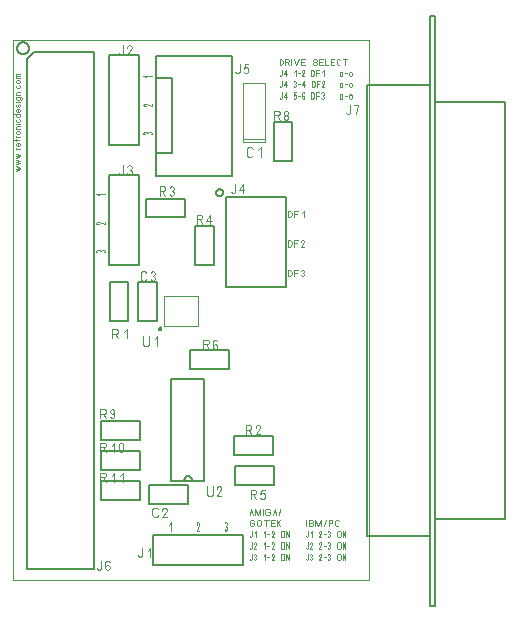
<source format=gbr>
%FSLAX23Y23*%
%MOMM*%
%AMPASTFTDEUX*
20,1,$5,$1+$3,$2-$4,$1-$3,$2+$4,0*
20,1,$5,$1+$3,$2+$4,$1-$3,$2-$4,0*%
%ADD10C,0.8*%
%ADD11C,0.7*%
%ADD12R,5.4X2.2*%
%ADD13R,2.3X2.3*%
%ADD14PASTFTDEUX,0X0X1.21X1.21X0.3*%
%ADD15C,2.3*%
%ADD16PASTFTDEUX,0X0X0.82X0.82X0.3*%
%ADD17R,2.4X2.4*%
%ADD18C,2.4*%
%ADD19PASTFTDEUX,0X0X0.85X0.85X0.3*%
%ADD20C,0.9*%
%ADD21C,0.4*%
%ADD22C,0.3*%
%ADD23R,5X1.8*%
%ADD24C,0.2*%
%ADD25C,0.1*%
%ADD26R,1.9X1.9*%
%ADD27C,1*%
%ADD28C,1.9*%
%ADD29R,1.7X1.3*%
%ADD30R,1X1.25*%
%ADD31R,1X1.3*%
%ADD32R,1.3X1*%
%ADD33R,2X2*%
%ADD34C,2*%
%ADD35R,1.25X1*%
%ADD36R,0.4X0.9*%
%ADD37R,2.2X0.7*%
%ADD38C,0.5*%
%ADD39C,0.05*%
%LPD*%
G54D24*
X30000Y41900D02*
X35300Y41900D01*
G54D24*
X30000Y3710D02*
X30000Y41900D01*
G54D24*
X30000Y3710D02*
X35300Y3710D01*
G54D24*
X35300Y-02190D02*
X35300Y47800D01*
G54D24*
X35300Y-02190D02*
X35790Y-02190D01*
G54D24*
X35790Y-02190D02*
X35800Y47800D01*
G54D24*
X35300Y47800D02*
X35800Y47800D01*
G54D24*
X35800Y40500D02*
X41700Y40500D01*
G54D24*
X41700Y5200D02*
X41700Y40500D01*
G54D24*
X35800Y5200D02*
X41700Y5200D01*
G54D25*
X28560Y40230D02*
X28560Y39580D01*
G54D25*
X28560Y39580D02*
X28440Y39450D01*
G54D25*
X28440Y39450D02*
X28320Y39450D01*
G54D25*
X28320Y39450D02*
X28200Y39580D01*
G54D25*
X28920Y40230D02*
X29280Y40230D01*
G54D25*
X29280Y40230D02*
X29040Y39450D01*
G54D24*
X1180Y920D02*
X1180Y44100D01*
G54D24*
X1180Y920D02*
X6900Y920D01*
G54D24*
X6900Y920D02*
X6900Y44740D01*
G54D24*
X1820Y44740D02*
X6900Y44740D01*
G54D24*
X1180Y44100D02*
X1820Y44740D01*
D24*
X1370Y45050D02*
X1370Y45070D01*
X1370Y45090D01*
X1370Y45120D01*
X1360Y45140D01*
X1360Y45160D01*
X1350Y45180D01*
X1350Y45200D01*
X1340Y45220D01*
X1330Y45240D01*
X1320Y45260D01*
X1310Y45280D01*
X1300Y45300D01*
X1290Y45320D01*
X1280Y45340D01*
X1270Y45350D01*
X1250Y45370D01*
X1240Y45390D01*
X1220Y45400D01*
X1210Y45420D01*
X1190Y45430D01*
X1170Y45450D01*
X1160Y45460D01*
X1140Y45470D01*
X1120Y45480D01*
X1100Y45490D01*
X1080Y45500D01*
X1060Y45510D01*
X1040Y45520D01*
X1020Y45530D01*
X1000Y45530D01*
X980Y45540D01*
X960Y45540D01*
X940Y45550D01*
X910Y45550D01*
X890Y45550D01*
X870Y45550D01*
X850Y45550D01*
X830Y45550D01*
X800Y45550D01*
X780Y45540D01*
X760Y45540D01*
X740Y45530D01*
X720Y45530D01*
X700Y45520D01*
X680Y45510D01*
X660Y45500D01*
X640Y45490D01*
X620Y45480D01*
X600Y45470D01*
X580Y45460D01*
X570Y45450D01*
X550Y45430D01*
X530Y45420D01*
X520Y45400D01*
X500Y45390D01*
X490Y45370D01*
X470Y45350D01*
X460Y45340D01*
X450Y45320D01*
X440Y45300D01*
X430Y45280D01*
X420Y45260D01*
X410Y45240D01*
X400Y45220D01*
X390Y45200D01*
X390Y45180D01*
X380Y45160D01*
X380Y45140D01*
X370Y45120D01*
X370Y45090D01*
X370Y45070D01*
X370Y45050D01*
X370Y45030D01*
X370Y45010D01*
X370Y44980D01*
X380Y44960D01*
X380Y44940D01*
X390Y44920D01*
X390Y44900D01*
X400Y44880D01*
X410Y44860D01*
X420Y44840D01*
X430Y44820D01*
X440Y44800D01*
X450Y44780D01*
X460Y44760D01*
X470Y44750D01*
X490Y44730D01*
X500Y44710D01*
X520Y44700D01*
X530Y44680D01*
X550Y44670D01*
X570Y44650D01*
X580Y44640D01*
X600Y44630D01*
X620Y44620D01*
X640Y44610D01*
X660Y44600D01*
X680Y44590D01*
X700Y44580D01*
X720Y44570D01*
X740Y44570D01*
X760Y44560D01*
X780Y44560D01*
X800Y44550D01*
X830Y44550D01*
X850Y44550D01*
X870Y44550D01*
X890Y44550D01*
X910Y44550D01*
X940Y44550D01*
X960Y44560D01*
X980Y44560D01*
X1000Y44570D01*
X1020Y44570D01*
X1040Y44580D01*
X1060Y44590D01*
X1080Y44600D01*
X1100Y44610D01*
X1120Y44620D01*
X1140Y44630D01*
X1160Y44640D01*
X1170Y44650D01*
X1190Y44670D01*
X1210Y44680D01*
X1220Y44700D01*
X1240Y44710D01*
X1250Y44730D01*
X1270Y44750D01*
X1280Y44760D01*
X1290Y44780D01*
X1300Y44800D01*
X1310Y44820D01*
X1320Y44840D01*
X1330Y44860D01*
X1340Y44880D01*
X1350Y44900D01*
X1350Y44920D01*
X1360Y44940D01*
X1360Y44960D01*
X1370Y44980D01*
X1370Y45010D01*
X1370Y45030D01*
X1370Y45050D01*
X1370Y45070D01*
G54D25*
X7500Y1650D02*
X7500Y1000D01*
G54D25*
X7500Y1000D02*
X7380Y870D01*
G54D25*
X7380Y870D02*
X7260Y870D01*
G54D25*
X7260Y870D02*
X7140Y1000D01*
G54D25*
X8220Y1520D02*
X8100Y1650D01*
G54D25*
X8100Y1650D02*
X7980Y1650D01*
G54D25*
X7980Y1650D02*
X7860Y1520D01*
G54D25*
X7860Y1520D02*
X7860Y1000D01*
G54D25*
X7860Y1000D02*
X7980Y870D01*
G54D25*
X7980Y870D02*
X8100Y870D01*
G54D25*
X8100Y870D02*
X8220Y1000D01*
G54D25*
X8220Y1000D02*
X8220Y1130D01*
G54D25*
X8220Y1130D02*
X8100Y1260D01*
G54D25*
X8100Y1260D02*
X7980Y1260D01*
G54D25*
X7980Y1260D02*
X7860Y1130D01*
G54D25*
X19540Y37100D02*
X21400Y37100D01*
G54D25*
X21400Y37100D02*
X21400Y42090D01*
G54D25*
X19540Y42090D02*
X21400Y42090D01*
G54D25*
X19540Y37100D02*
X19540Y42090D01*
G54D25*
X19550Y37360D02*
X21390Y37360D01*
G54D25*
X20320Y36510D02*
X20200Y36640D01*
G54D25*
X20200Y36640D02*
X19960Y36640D01*
G54D25*
X19960Y36640D02*
X19840Y36510D01*
G54D25*
X19840Y36510D02*
X19840Y35990D01*
G54D25*
X19840Y35990D02*
X19960Y35860D01*
G54D25*
X19960Y35860D02*
X20200Y35860D01*
G54D25*
X20200Y35860D02*
X20320Y35990D01*
G54D25*
X20800Y36380D02*
X21040Y36640D01*
G54D25*
X21040Y36640D02*
X21040Y35860D01*
G54D24*
X11550Y8050D02*
X14850Y8050D01*
G54D24*
X11550Y6470D02*
X11550Y8050D01*
G54D24*
X11550Y6470D02*
X14850Y6470D01*
G54D24*
X14850Y6470D02*
X14850Y8050D01*
G54D25*
X12320Y6010D02*
X12200Y6140D01*
G54D25*
X12200Y6140D02*
X11960Y6140D01*
G54D25*
X11960Y6140D02*
X11840Y6010D01*
G54D25*
X11840Y6010D02*
X11840Y5490D01*
G54D25*
X11840Y5490D02*
X11960Y5360D01*
G54D25*
X11960Y5360D02*
X12200Y5360D01*
G54D25*
X12200Y5360D02*
X12320Y5490D01*
G54D25*
X12680Y5880D02*
X12680Y6010D01*
G54D25*
X12680Y6010D02*
X12800Y6140D01*
G54D25*
X12800Y6140D02*
X12920Y6140D01*
G54D25*
X12920Y6140D02*
X13040Y6010D01*
G54D25*
X13040Y6010D02*
X13040Y5880D01*
G54D25*
X13040Y5880D02*
X12680Y5360D01*
G54D25*
X12680Y5360D02*
X13040Y5360D01*
G54D24*
X10650Y21930D02*
X10650Y25230D01*
G54D24*
X10650Y21930D02*
X12230Y21930D01*
G54D24*
X12230Y21930D02*
X12230Y25230D01*
G54D24*
X10650Y25230D02*
X12230Y25230D01*
G54D25*
X11320Y26010D02*
X11200Y26140D01*
G54D25*
X11200Y26140D02*
X10960Y26140D01*
G54D25*
X10960Y26140D02*
X10840Y26010D01*
G54D25*
X10840Y26010D02*
X10840Y25490D01*
G54D25*
X10840Y25490D02*
X10960Y25360D01*
G54D25*
X10960Y25360D02*
X11200Y25360D01*
G54D25*
X11200Y25360D02*
X11320Y25490D01*
G54D25*
X11680Y26010D02*
X11800Y26140D01*
G54D25*
X11800Y26140D02*
X11920Y26140D01*
G54D25*
X11920Y26140D02*
X12040Y26010D01*
G54D25*
X12040Y26010D02*
X12040Y25880D01*
G54D25*
X12040Y25880D02*
X11920Y25750D01*
G54D25*
X11920Y25750D02*
X12040Y25620D01*
G54D25*
X12040Y25620D02*
X12040Y25490D01*
G54D25*
X12040Y25490D02*
X11920Y25360D01*
G54D25*
X11920Y25360D02*
X11800Y25360D01*
G54D25*
X11800Y25360D02*
X11680Y25490D01*
G54D24*
X12170Y34240D02*
X18530Y34240D01*
G54D24*
X18530Y34240D02*
X18530Y39320D01*
G54D24*
X12170Y34240D02*
X12170Y39320D01*
G54D24*
X12170Y36150D02*
X13450Y36150D01*
G54D24*
X13450Y36150D02*
X13450Y42490D01*
G54D24*
X12170Y42490D02*
X13450Y42490D01*
G54D24*
X18530Y39320D02*
X18530Y44400D01*
G54D24*
X12170Y44400D02*
X18530Y44400D01*
G54D24*
X12170Y39320D02*
X12170Y44400D01*
G54D25*
X19210Y43700D02*
X19210Y43050D01*
G54D25*
X19210Y43050D02*
X19090Y42920D01*
G54D25*
X19090Y42920D02*
X18970Y42920D01*
G54D25*
X18970Y42920D02*
X18850Y43050D01*
G54D25*
X19930Y43700D02*
X19690Y43700D01*
G54D25*
X19690Y43700D02*
X19570Y43310D01*
G54D25*
X19570Y43310D02*
X19690Y43440D01*
G54D25*
X19690Y43440D02*
X19810Y43440D01*
G54D25*
X19810Y43440D02*
X19930Y43310D01*
G54D25*
X19930Y43310D02*
X19930Y43050D01*
G54D25*
X19930Y43050D02*
X19810Y42920D01*
G54D25*
X19810Y42920D02*
X19690Y42920D01*
G54D25*
X19690Y42920D02*
X19570Y43050D01*
G54D24*
X11900Y3780D02*
X19520Y3780D01*
G54D24*
X19520Y1240D02*
X19520Y3780D01*
G54D24*
X11900Y1240D02*
X19520Y1240D01*
G54D24*
X11900Y1240D02*
X11900Y3780D01*
G54D25*
X10950Y2740D02*
X10950Y2090D01*
G54D25*
X10950Y2090D02*
X10830Y1960D01*
G54D25*
X10830Y1960D02*
X10710Y1960D01*
G54D25*
X10710Y1960D02*
X10590Y2090D01*
G54D25*
X11430Y2480D02*
X11670Y2740D01*
G54D25*
X11670Y2740D02*
X11670Y1960D01*
G54D24*
X10730Y36800D02*
X10730Y44420D01*
G54D24*
X8190Y36800D02*
X10730Y36800D01*
G54D24*
X8190Y36800D02*
X8190Y44420D01*
G54D24*
X8190Y44420D02*
X10730Y44420D01*
G54D25*
X9360Y45280D02*
X9360Y44630D01*
G54D25*
X9360Y44630D02*
X9240Y44500D01*
G54D25*
X9240Y44500D02*
X9120Y44500D01*
G54D25*
X9120Y44500D02*
X9000Y44630D01*
G54D25*
X9720Y45020D02*
X9720Y45150D01*
G54D25*
X9720Y45150D02*
X9840Y45280D01*
G54D25*
X9840Y45280D02*
X9960Y45280D01*
G54D25*
X9960Y45280D02*
X10080Y45150D01*
G54D25*
X10080Y45150D02*
X10080Y45020D01*
G54D25*
X10080Y45020D02*
X9720Y44500D01*
G54D25*
X9720Y44500D02*
X10080Y44500D01*
G54D24*
X10730Y26640D02*
X10730Y34260D01*
G54D24*
X8190Y26640D02*
X10730Y26640D01*
G54D24*
X8190Y26640D02*
X8190Y34260D01*
G54D24*
X8190Y34260D02*
X10730Y34260D01*
G54D25*
X9360Y35120D02*
X9360Y34470D01*
G54D25*
X9360Y34470D02*
X9240Y34340D01*
G54D25*
X9240Y34340D02*
X9120Y34340D01*
G54D25*
X9120Y34340D02*
X9000Y34470D01*
G54D25*
X9720Y34990D02*
X9840Y35120D01*
G54D25*
X9840Y35120D02*
X9960Y35120D01*
G54D25*
X9960Y35120D02*
X10080Y34990D01*
G54D25*
X10080Y34990D02*
X10080Y34860D01*
G54D25*
X10080Y34860D02*
X9960Y34730D01*
G54D25*
X9960Y34730D02*
X10080Y34600D01*
G54D25*
X10080Y34600D02*
X10080Y34470D01*
G54D25*
X10080Y34470D02*
X9960Y34340D01*
G54D25*
X9960Y34340D02*
X9840Y34340D01*
G54D25*
X9840Y34340D02*
X9720Y34470D01*
G54D24*
X23160Y24800D02*
X23160Y32420D01*
G54D24*
X18080Y24800D02*
X23160Y24800D01*
G54D24*
X18080Y24800D02*
X18080Y32420D01*
G54D24*
X18080Y32420D02*
X23160Y32420D01*
D24*
X17520Y32520D02*
X17530Y32520D01*
X17550Y32520D01*
X17560Y32520D01*
X17570Y32520D01*
X17580Y32530D01*
X17600Y32530D01*
X17610Y32530D01*
X17620Y32540D01*
X17630Y32540D01*
X17650Y32550D01*
X17660Y32550D01*
X17670Y32560D01*
X17680Y32570D01*
X17690Y32570D01*
X17700Y32580D01*
X17710Y32590D01*
X17720Y32600D01*
X17730Y32610D01*
X17740Y32620D01*
X17750Y32630D01*
X17760Y32640D01*
X17770Y32650D01*
X17770Y32660D01*
X17780Y32670D01*
X17790Y32680D01*
X17790Y32690D01*
X17800Y32710D01*
X17800Y32720D01*
X17810Y32730D01*
X17810Y32740D01*
X17810Y32760D01*
X17820Y32770D01*
X17820Y32780D01*
X17820Y32790D01*
X17820Y32810D01*
X17820Y32820D01*
X17820Y32830D01*
X17820Y32850D01*
X17820Y32860D01*
X17820Y32870D01*
X17810Y32880D01*
X17810Y32900D01*
X17810Y32910D01*
X17800Y32920D01*
X17800Y32930D01*
X17790Y32950D01*
X17790Y32960D01*
X17780Y32970D01*
X17770Y32980D01*
X17770Y32990D01*
X17760Y33000D01*
X17750Y33010D01*
X17740Y33020D01*
X17730Y33030D01*
X17720Y33040D01*
X17710Y33050D01*
X17700Y33060D01*
X17690Y33070D01*
X17680Y33070D01*
X17670Y33080D01*
X17660Y33090D01*
X17650Y33090D01*
X17630Y33100D01*
X17620Y33100D01*
X17610Y33110D01*
X17600Y33110D01*
X17580Y33110D01*
X17570Y33120D01*
X17560Y33120D01*
X17550Y33120D01*
X17530Y33120D01*
X17520Y33120D01*
X17510Y33120D01*
X17490Y33120D01*
X17480Y33120D01*
X17470Y33120D01*
X17460Y33110D01*
X17440Y33110D01*
X17430Y33110D01*
X17420Y33100D01*
X17410Y33100D01*
X17390Y33090D01*
X17380Y33090D01*
X17370Y33080D01*
X17360Y33070D01*
X17350Y33070D01*
X17340Y33060D01*
X17330Y33050D01*
X17320Y33040D01*
X17310Y33030D01*
X17300Y33020D01*
X17290Y33010D01*
X17280Y33000D01*
X17270Y32990D01*
X17270Y32980D01*
X17260Y32970D01*
X17250Y32960D01*
X17250Y32950D01*
X17240Y32930D01*
X17240Y32920D01*
X17230Y32910D01*
X17230Y32900D01*
X17230Y32880D01*
X17220Y32870D01*
X17220Y32860D01*
X17220Y32850D01*
X17220Y32830D01*
X17220Y32820D01*
X17220Y32810D01*
X17220Y32790D01*
X17220Y32780D01*
X17220Y32770D01*
X17230Y32760D01*
X17230Y32740D01*
X17230Y32730D01*
X17240Y32720D01*
X17240Y32710D01*
X17250Y32690D01*
X17250Y32680D01*
X17260Y32670D01*
X17270Y32660D01*
X17270Y32650D01*
X17280Y32640D01*
X17290Y32630D01*
X17300Y32620D01*
X17310Y32610D01*
X17320Y32600D01*
X17330Y32590D01*
X17340Y32580D01*
X17350Y32570D01*
X17360Y32570D01*
X17370Y32560D01*
X17380Y32550D01*
X17390Y32550D01*
X17410Y32540D01*
X17420Y32540D01*
X17430Y32530D01*
X17440Y32530D01*
X17460Y32530D01*
X17470Y32520D01*
X17480Y32520D01*
X17490Y32520D01*
X17510Y32520D01*
X17520Y32520D01*
G54D25*
X18850Y33540D02*
X18850Y32890D01*
G54D25*
X18850Y32890D02*
X18740Y32760D01*
G54D25*
X18740Y32760D02*
X18630Y32760D01*
G54D25*
X18630Y32760D02*
X18520Y32890D01*
G54D25*
X19510Y32760D02*
X19510Y33540D01*
G54D25*
X19510Y33540D02*
X19180Y33020D01*
G54D25*
X19180Y33020D02*
X19620Y33020D01*
G54D24*
X8200Y21930D02*
X8200Y25230D01*
G54D24*
X8200Y21930D02*
X9780Y21930D01*
G54D24*
X9780Y21930D02*
X9780Y25230D01*
G54D24*
X8200Y25230D02*
X9780Y25230D01*
G54D25*
X8440Y20460D02*
X8440Y21240D01*
G54D25*
X8440Y21240D02*
X8800Y21240D01*
G54D25*
X8800Y21240D02*
X8920Y21110D01*
G54D25*
X8920Y21110D02*
X8920Y20980D01*
G54D25*
X8920Y20980D02*
X8800Y20850D01*
G54D25*
X8800Y20850D02*
X8440Y20850D01*
G54D25*
X8680Y20850D02*
X8920Y20460D01*
G54D25*
X9400Y20980D02*
X9640Y21240D01*
G54D25*
X9640Y21240D02*
X9640Y20460D01*
G54D24*
X18770Y10620D02*
X22070Y10620D01*
G54D24*
X22070Y10620D02*
X22070Y12200D01*
G54D24*
X18770Y12200D02*
X22070Y12200D01*
G54D24*
X18770Y10620D02*
X18770Y12200D01*
G54D25*
X19740Y12360D02*
X19740Y13140D01*
G54D25*
X19740Y13140D02*
X20100Y13140D01*
G54D25*
X20100Y13140D02*
X20220Y13010D01*
G54D25*
X20220Y13010D02*
X20220Y12880D01*
G54D25*
X20220Y12880D02*
X20100Y12750D01*
G54D25*
X20100Y12750D02*
X19740Y12750D01*
G54D25*
X19980Y12750D02*
X20220Y12360D01*
G54D25*
X20580Y12880D02*
X20580Y13010D01*
G54D25*
X20580Y13010D02*
X20700Y13140D01*
G54D25*
X20700Y13140D02*
X20820Y13140D01*
G54D25*
X20820Y13140D02*
X20940Y13010D01*
G54D25*
X20940Y13010D02*
X20940Y12880D01*
G54D25*
X20940Y12880D02*
X20580Y12360D01*
G54D25*
X20580Y12360D02*
X20940Y12360D01*
G54D24*
X11280Y30730D02*
X14580Y30730D01*
G54D24*
X14580Y30730D02*
X14580Y32310D01*
G54D24*
X11280Y32310D02*
X14580Y32310D01*
G54D24*
X11280Y30730D02*
X11280Y32310D01*
G54D25*
X12440Y32560D02*
X12440Y33340D01*
G54D25*
X12440Y33340D02*
X12800Y33340D01*
G54D25*
X12800Y33340D02*
X12920Y33210D01*
G54D25*
X12920Y33210D02*
X12920Y33080D01*
G54D25*
X12920Y33080D02*
X12800Y32950D01*
G54D25*
X12800Y32950D02*
X12440Y32950D01*
G54D25*
X12680Y32950D02*
X12920Y32560D01*
G54D25*
X13280Y33210D02*
X13400Y33340D01*
G54D25*
X13400Y33340D02*
X13520Y33340D01*
G54D25*
X13520Y33340D02*
X13640Y33210D01*
G54D25*
X13640Y33210D02*
X13640Y33080D01*
G54D25*
X13640Y33080D02*
X13520Y32950D01*
G54D25*
X13520Y32950D02*
X13640Y32820D01*
G54D25*
X13640Y32820D02*
X13640Y32690D01*
G54D25*
X13640Y32690D02*
X13520Y32560D01*
G54D25*
X13520Y32560D02*
X13400Y32560D01*
G54D25*
X13400Y32560D02*
X13280Y32690D01*
G54D24*
X15480Y26710D02*
X15480Y30010D01*
G54D24*
X15480Y26710D02*
X17060Y26710D01*
G54D24*
X17060Y26710D02*
X17060Y30010D01*
G54D24*
X15480Y30010D02*
X17060Y30010D01*
G54D25*
X15630Y30160D02*
X15630Y30940D01*
G54D25*
X15630Y30940D02*
X15960Y30940D01*
G54D25*
X15960Y30940D02*
X16070Y30810D01*
G54D25*
X16070Y30810D02*
X16070Y30680D01*
G54D25*
X16070Y30680D02*
X15960Y30550D01*
G54D25*
X15960Y30550D02*
X15630Y30550D01*
G54D25*
X15850Y30550D02*
X16070Y30160D01*
G54D25*
X16730Y30160D02*
X16730Y30940D01*
G54D25*
X16730Y30940D02*
X16400Y30420D01*
G54D25*
X16400Y30420D02*
X16840Y30420D01*
G54D24*
X18790Y9660D02*
X22090Y9660D01*
G54D24*
X18790Y8080D02*
X18790Y9660D01*
G54D24*
X18790Y8080D02*
X22090Y8080D01*
G54D24*
X22090Y8080D02*
X22090Y9660D01*
G54D25*
X20140Y6860D02*
X20140Y7640D01*
G54D25*
X20140Y7640D02*
X20500Y7640D01*
G54D25*
X20500Y7640D02*
X20620Y7510D01*
G54D25*
X20620Y7510D02*
X20620Y7380D01*
G54D25*
X20620Y7380D02*
X20500Y7250D01*
G54D25*
X20500Y7250D02*
X20140Y7250D01*
G54D25*
X20380Y7250D02*
X20620Y6860D01*
G54D25*
X21340Y7640D02*
X21100Y7640D01*
G54D25*
X21100Y7640D02*
X20980Y7250D01*
G54D25*
X20980Y7250D02*
X21100Y7380D01*
G54D25*
X21100Y7380D02*
X21220Y7380D01*
G54D25*
X21220Y7380D02*
X21340Y7250D01*
G54D25*
X21340Y7250D02*
X21340Y6990D01*
G54D25*
X21340Y6990D02*
X21220Y6860D01*
G54D25*
X21220Y6860D02*
X21100Y6860D01*
G54D25*
X21100Y6860D02*
X20980Y6990D01*
G54D24*
X15050Y17880D02*
X18350Y17880D01*
G54D24*
X18350Y17880D02*
X18350Y19460D01*
G54D24*
X15050Y19460D02*
X18350Y19460D01*
G54D24*
X15050Y17880D02*
X15050Y19460D01*
G54D25*
X16140Y19560D02*
X16140Y20340D01*
G54D25*
X16140Y20340D02*
X16500Y20340D01*
G54D25*
X16500Y20340D02*
X16620Y20210D01*
G54D25*
X16620Y20210D02*
X16620Y20080D01*
G54D25*
X16620Y20080D02*
X16500Y19950D01*
G54D25*
X16500Y19950D02*
X16140Y19950D01*
G54D25*
X16380Y19950D02*
X16620Y19560D01*
G54D25*
X17340Y20210D02*
X17220Y20340D01*
G54D25*
X17220Y20340D02*
X17100Y20340D01*
G54D25*
X17100Y20340D02*
X16980Y20210D01*
G54D25*
X16980Y20210D02*
X16980Y19690D01*
G54D25*
X16980Y19690D02*
X17100Y19560D01*
G54D25*
X17100Y19560D02*
X17220Y19560D01*
G54D25*
X17220Y19560D02*
X17340Y19690D01*
G54D25*
X17340Y19690D02*
X17340Y19820D01*
G54D25*
X17340Y19820D02*
X17220Y19950D01*
G54D25*
X17220Y19950D02*
X17100Y19950D01*
G54D25*
X17100Y19950D02*
X16980Y19820D01*
G54D24*
X22090Y35460D02*
X22090Y38760D01*
G54D24*
X22090Y35460D02*
X23670Y35460D01*
G54D24*
X23670Y35460D02*
X23670Y38760D01*
G54D24*
X22090Y38760D02*
X23670Y38760D01*
G54D25*
X22140Y38960D02*
X22140Y39740D01*
G54D25*
X22140Y39740D02*
X22500Y39740D01*
G54D25*
X22500Y39740D02*
X22620Y39610D01*
G54D25*
X22620Y39610D02*
X22620Y39480D01*
G54D25*
X22620Y39480D02*
X22500Y39350D01*
G54D25*
X22500Y39350D02*
X22140Y39350D01*
G54D25*
X22380Y39350D02*
X22620Y38960D01*
G54D25*
X23100Y39740D02*
X22980Y39610D01*
G54D25*
X22980Y39610D02*
X22980Y39480D01*
G54D25*
X22980Y39480D02*
X23100Y39350D01*
G54D25*
X23100Y39350D02*
X23220Y39350D01*
G54D25*
X23220Y39350D02*
X23340Y39480D01*
G54D25*
X23340Y39480D02*
X23340Y39610D01*
G54D25*
X23340Y39610D02*
X23220Y39740D01*
G54D25*
X23220Y39740D02*
X23100Y39740D01*
G54D25*
X23100Y39350D02*
X22980Y39220D01*
G54D25*
X22980Y39220D02*
X22980Y39090D01*
G54D25*
X22980Y39090D02*
X23100Y38960D01*
G54D25*
X23100Y38960D02*
X23220Y38960D01*
G54D25*
X23220Y38960D02*
X23340Y39090D01*
G54D25*
X23340Y39090D02*
X23340Y39220D01*
G54D25*
X23340Y39220D02*
X23220Y39350D01*
G54D24*
X7450Y13460D02*
X10750Y13460D01*
G54D24*
X7450Y11880D02*
X7450Y13460D01*
G54D24*
X7450Y11880D02*
X10750Y11880D01*
G54D24*
X10750Y11880D02*
X10750Y13460D01*
G54D25*
X7420Y13700D02*
X7420Y14480D01*
G54D25*
X7420Y14480D02*
X7780Y14480D01*
G54D25*
X7780Y14480D02*
X7900Y14350D01*
G54D25*
X7900Y14350D02*
X7900Y14220D01*
G54D25*
X7900Y14220D02*
X7780Y14090D01*
G54D25*
X7780Y14090D02*
X7420Y14090D01*
G54D25*
X7660Y14090D02*
X7900Y13700D01*
G54D25*
X8260Y13830D02*
X8380Y13700D01*
G54D25*
X8380Y13700D02*
X8500Y13700D01*
G54D25*
X8500Y13700D02*
X8620Y13830D01*
G54D25*
X8620Y13830D02*
X8620Y14350D01*
G54D25*
X8620Y14350D02*
X8500Y14480D01*
G54D25*
X8500Y14480D02*
X8380Y14480D01*
G54D25*
X8380Y14480D02*
X8260Y14350D01*
G54D25*
X8260Y14350D02*
X8260Y14220D01*
G54D25*
X8260Y14220D02*
X8380Y14090D01*
G54D25*
X8380Y14090D02*
X8500Y14090D01*
G54D25*
X8500Y14090D02*
X8620Y14220D01*
G54D24*
X7450Y10920D02*
X10750Y10920D01*
G54D24*
X7450Y9340D02*
X7450Y10920D01*
G54D24*
X7450Y9340D02*
X10750Y9340D01*
G54D24*
X10750Y9340D02*
X10750Y10920D01*
G54D25*
X7420Y10850D02*
X7420Y11630D01*
G54D25*
X7420Y11630D02*
X7780Y11630D01*
G54D25*
X7780Y11630D02*
X7900Y11500D01*
G54D25*
X7900Y11500D02*
X7900Y11370D01*
G54D25*
X7900Y11370D02*
X7780Y11240D01*
G54D25*
X7780Y11240D02*
X7420Y11240D01*
G54D25*
X7660Y11240D02*
X7900Y10850D01*
G54D25*
X8380Y11370D02*
X8620Y11630D01*
G54D25*
X8620Y11630D02*
X8620Y10850D01*
G54D25*
X8980Y11500D02*
X8980Y10980D01*
G54D25*
X8980Y10980D02*
X9100Y10850D01*
G54D25*
X9100Y10850D02*
X9220Y10850D01*
G54D25*
X9220Y10850D02*
X9340Y10980D01*
G54D25*
X9340Y10980D02*
X9340Y11500D01*
G54D25*
X9340Y11500D02*
X9220Y11630D01*
G54D25*
X9220Y11630D02*
X9100Y11630D01*
G54D25*
X9100Y11630D02*
X8980Y11500D01*
G54D24*
X7450Y8380D02*
X10750Y8380D01*
G54D24*
X7450Y6800D02*
X7450Y8380D01*
G54D24*
X7450Y6800D02*
X10750Y6800D01*
G54D24*
X10750Y6800D02*
X10750Y8380D01*
G54D25*
X7420Y8310D02*
X7420Y9090D01*
G54D25*
X7420Y9090D02*
X7780Y9090D01*
G54D25*
X7780Y9090D02*
X7900Y8960D01*
G54D25*
X7900Y8960D02*
X7900Y8830D01*
G54D25*
X7900Y8830D02*
X7780Y8700D01*
G54D25*
X7780Y8700D02*
X7420Y8700D01*
G54D25*
X7660Y8700D02*
X7900Y8310D01*
G54D25*
X8380Y8830D02*
X8620Y9090D01*
G54D25*
X8620Y9090D02*
X8620Y8310D01*
G54D25*
X9100Y8830D02*
X9340Y9090D01*
G54D25*
X9340Y9090D02*
X9340Y8310D01*
G54D25*
X12810Y21520D02*
X15690Y21520D01*
G54D25*
X15690Y21520D02*
X15690Y24070D01*
G54D25*
X12810Y24070D02*
X15690Y24070D01*
G54D25*
X12810Y21520D02*
X12810Y24070D01*
D24*
X12490Y21390D02*
X12490Y21390D01*
X12480Y21390D01*
X12480Y21390D01*
X12470Y21390D01*
X12470Y21390D01*
X12460Y21390D01*
X12460Y21390D01*
X12460Y21380D01*
X12450Y21380D01*
X12450Y21380D01*
X12440Y21380D01*
X12440Y21380D01*
X12440Y21370D01*
X12430Y21370D01*
X12430Y21370D01*
X12430Y21370D01*
X12420Y21360D01*
X12420Y21360D01*
X12420Y21360D01*
X12410Y21350D01*
X12410Y21350D01*
X12410Y21350D01*
X12410Y21340D01*
X12400Y21340D01*
X12400Y21340D01*
X12400Y21330D01*
X12400Y21330D01*
X12400Y21320D01*
X12390Y21320D01*
X12390Y21320D01*
X12390Y21310D01*
X12390Y21310D01*
X12390Y21300D01*
X12390Y21300D01*
X12390Y21290D01*
X12390Y21290D01*
X12390Y21290D01*
X12390Y21280D01*
X12390Y21280D01*
X12390Y21270D01*
X12390Y21270D01*
X12390Y21260D01*
X12390Y21260D01*
X12400Y21260D01*
X12400Y21250D01*
X12400Y21250D01*
X12400Y21240D01*
X12400Y21240D01*
X12410Y21240D01*
X12410Y21230D01*
X12410Y21230D01*
X12410Y21230D01*
X12420Y21220D01*
X12420Y21220D01*
X12420Y21220D01*
X12430Y21210D01*
X12430Y21210D01*
X12430Y21210D01*
X12440Y21210D01*
X12440Y21200D01*
X12440Y21200D01*
X12450Y21200D01*
X12450Y21200D01*
X12460Y21200D01*
X12460Y21190D01*
X12460Y21190D01*
X12470Y21190D01*
X12470Y21190D01*
X12480Y21190D01*
X12480Y21190D01*
X12490Y21190D01*
X12490Y21190D01*
X12490Y21190D01*
X12500Y21190D01*
X12500Y21190D01*
X12510Y21190D01*
X12510Y21190D01*
X12520Y21190D01*
X12520Y21190D01*
X12520Y21200D01*
X12530Y21200D01*
X12530Y21200D01*
X12540Y21200D01*
X12540Y21200D01*
X12540Y21210D01*
X12550Y21210D01*
X12550Y21210D01*
X12550Y21210D01*
X12560Y21220D01*
X12560Y21220D01*
X12560Y21220D01*
X12570Y21230D01*
X12570Y21230D01*
X12570Y21230D01*
X12570Y21240D01*
X12580Y21240D01*
X12580Y21240D01*
X12580Y21250D01*
X12580Y21250D01*
X12580Y21260D01*
X12590Y21260D01*
X12590Y21260D01*
X12590Y21270D01*
X12590Y21270D01*
X12590Y21280D01*
X12590Y21280D01*
X12590Y21290D01*
X12590Y21290D01*
X12590Y21290D01*
X12590Y21300D01*
X12590Y21300D01*
X12590Y21310D01*
X12590Y21310D01*
X12590Y21320D01*
X12590Y21320D01*
X12580Y21320D01*
X12580Y21330D01*
X12580Y21330D01*
X12580Y21340D01*
X12580Y21340D01*
X12570Y21340D01*
X12570Y21350D01*
X12570Y21350D01*
X12570Y21350D01*
X12560Y21360D01*
X12560Y21360D01*
X12560Y21360D01*
X12550Y21370D01*
X12550Y21370D01*
X12550Y21370D01*
X12540Y21370D01*
X12540Y21380D01*
X12540Y21380D01*
X12530Y21380D01*
X12530Y21380D01*
X12520Y21380D01*
X12520Y21390D01*
X12520Y21390D01*
X12510Y21390D01*
X12510Y21390D01*
X12500Y21390D01*
X12500Y21390D01*
X12490Y21390D01*
X12490Y21390D01*
X12490Y21390D01*
G54D25*
X11030Y20640D02*
X11030Y19990D01*
G54D25*
X11030Y19990D02*
X11140Y19860D01*
G54D25*
X11140Y19860D02*
X11470Y19860D01*
G54D25*
X11470Y19860D02*
X11580Y19990D01*
G54D25*
X11580Y19990D02*
X11580Y20640D01*
G54D25*
X12020Y20380D02*
X12240Y20640D01*
G54D25*
X12240Y20640D02*
X12240Y19860D01*
G54D24*
X16160Y8380D02*
X16160Y17060D01*
G54D24*
X13440Y17060D02*
X16160Y17060D01*
G54D24*
X13440Y8380D02*
X13440Y17060D01*
G54D24*
X13440Y8380D02*
X16160Y8380D01*
D24*
X15180Y8510D02*
X15180Y8520D01*
X15180Y8540D01*
X15180Y8550D01*
X15180Y8570D01*
X15170Y8580D01*
X15170Y8590D01*
X15170Y8610D01*
X15160Y8620D01*
X15160Y8630D01*
X15150Y8650D01*
X15140Y8660D01*
X15140Y8670D01*
X15130Y8680D01*
X15120Y8690D01*
X15110Y8700D01*
X15110Y8720D01*
X15100Y8730D01*
X15090Y8740D01*
X15080Y8750D01*
X15070Y8760D01*
X15050Y8760D01*
X15040Y8770D01*
X15030Y8780D01*
X15020Y8790D01*
X15010Y8790D01*
X15000Y8800D01*
X14980Y8810D01*
X14970Y8810D01*
X14960Y8820D01*
X14940Y8820D01*
X14930Y8820D01*
X14920Y8830D01*
X14900Y8830D01*
X14890Y8830D01*
X14870Y8830D01*
X14860Y8830D01*
X14850Y8830D01*
X14830Y8830D01*
X14820Y8830D01*
X14800Y8830D01*
X14790Y8820D01*
X14780Y8820D01*
X14760Y8820D01*
X14750Y8810D01*
X14740Y8810D01*
X14720Y8800D01*
X14710Y8790D01*
X14700Y8790D01*
X14690Y8780D01*
X14680Y8770D01*
X14670Y8760D01*
X14650Y8760D01*
X14640Y8750D01*
X14630Y8740D01*
X14620Y8730D01*
X14610Y8720D01*
X14610Y8700D01*
X14600Y8690D01*
X14590Y8680D01*
X14580Y8670D01*
X14580Y8660D01*
X14570Y8650D01*
X14560Y8630D01*
X14560Y8620D01*
X14550Y8610D01*
X14550Y8590D01*
X14550Y8580D01*
X14540Y8570D01*
X14540Y8550D01*
X14540Y8540D01*
X14540Y8520D01*
X14540Y8510D01*
X14540Y8500D01*
G54D25*
X16430Y7940D02*
X16430Y7290D01*
G54D25*
X16430Y7290D02*
X16540Y7160D01*
G54D25*
X16540Y7160D02*
X16870Y7160D01*
G54D25*
X16870Y7160D02*
X16980Y7290D01*
G54D25*
X16980Y7290D02*
X16980Y7940D01*
G54D25*
X17310Y7680D02*
X17310Y7810D01*
G54D25*
X17310Y7810D02*
X17420Y7940D01*
G54D25*
X17420Y7940D02*
X17530Y7940D01*
G54D25*
X17530Y7940D02*
X17640Y7810D01*
G54D25*
X17640Y7810D02*
X17640Y7680D01*
G54D25*
X17640Y7680D02*
X17310Y7160D01*
G54D25*
X17310Y7160D02*
X17640Y7160D01*
G54D39*
X0Y45720D02*
X0Y0D01*
G54D39*
X0Y0D02*
X30160Y0D01*
G54D39*
X30160Y45720D02*
X30160Y0D01*
G54D39*
X0Y45720D02*
X30160Y45720D01*
G54D25*
X20070Y5510D02*
X20210Y6050D01*
G54D25*
X20210Y6050D02*
X20350Y5510D01*
G54D25*
X20140Y5780D02*
X20280Y5780D01*
G54D25*
X20560Y5510D02*
X20560Y6050D01*
G54D25*
X20560Y6050D02*
X20770Y5510D01*
G54D25*
X20770Y5510D02*
X20980Y6050D01*
G54D25*
X20980Y6050D02*
X20980Y5510D01*
G54D25*
X21190Y6050D02*
X21190Y5510D01*
G54D25*
X21750Y5960D02*
X21680Y6050D01*
G54D25*
X21680Y6050D02*
X21470Y6050D01*
G54D25*
X21470Y6050D02*
X21400Y5960D01*
G54D25*
X21400Y5960D02*
X21400Y5600D01*
G54D25*
X21400Y5600D02*
X21470Y5510D01*
G54D25*
X21470Y5510D02*
X21680Y5510D01*
G54D25*
X21680Y5510D02*
X21750Y5600D01*
G54D25*
X21750Y5600D02*
X21750Y5780D01*
G54D25*
X21750Y5780D02*
X21610Y5780D01*
G54D25*
X22030Y5510D02*
X22170Y6050D01*
G54D25*
X22170Y6050D02*
X22310Y5510D01*
G54D25*
X22100Y5780D02*
X22240Y5780D01*
G54D25*
X22660Y6050D02*
X22520Y5510D01*
G54D25*
X20240Y4150D02*
X20240Y3700D01*
G54D25*
X20240Y3700D02*
X20180Y3610D01*
G54D25*
X20180Y3610D02*
X20120Y3610D01*
G54D25*
X20120Y3610D02*
X20060Y3700D01*
G54D25*
X20480Y3970D02*
X20600Y4150D01*
G54D25*
X20600Y4150D02*
X20600Y3610D01*
G54D25*
X21260Y3970D02*
X21380Y4150D01*
G54D25*
X21380Y4150D02*
X21380Y3610D01*
G54D25*
X21560Y3880D02*
X21740Y3880D01*
G54D25*
X21920Y3970D02*
X21920Y4060D01*
G54D25*
X21920Y4060D02*
X21980Y4150D01*
G54D25*
X21980Y4150D02*
X22040Y4150D01*
G54D25*
X22040Y4150D02*
X22100Y4060D01*
G54D25*
X22100Y4060D02*
X22100Y3970D01*
G54D25*
X22100Y3970D02*
X21920Y3610D01*
G54D25*
X21920Y3610D02*
X22100Y3610D01*
G54D25*
X22760Y4150D02*
X22700Y4060D01*
G54D25*
X22700Y4060D02*
X22700Y3700D01*
G54D25*
X22700Y3700D02*
X22760Y3610D01*
G54D25*
X22760Y3610D02*
X22940Y3610D01*
G54D25*
X22940Y3610D02*
X23000Y3700D01*
G54D25*
X23000Y3700D02*
X23000Y4060D01*
G54D25*
X23000Y4060D02*
X22940Y4150D01*
G54D25*
X22940Y4150D02*
X22760Y4150D01*
G54D25*
X23180Y3610D02*
X23180Y4150D01*
G54D25*
X23180Y4150D02*
X23420Y3610D01*
G54D25*
X23420Y3610D02*
X23420Y4150D01*
G54D25*
X20240Y3200D02*
X20240Y2750D01*
G54D25*
X20240Y2750D02*
X20180Y2660D01*
G54D25*
X20180Y2660D02*
X20120Y2660D01*
G54D25*
X20120Y2660D02*
X20060Y2750D01*
G54D25*
X20420Y3020D02*
X20420Y3110D01*
G54D25*
X20420Y3110D02*
X20480Y3200D01*
G54D25*
X20480Y3200D02*
X20540Y3200D01*
G54D25*
X20540Y3200D02*
X20600Y3110D01*
G54D25*
X20600Y3110D02*
X20600Y3020D01*
G54D25*
X20600Y3020D02*
X20420Y2660D01*
G54D25*
X20420Y2660D02*
X20600Y2660D01*
G54D25*
X21260Y3020D02*
X21380Y3200D01*
G54D25*
X21380Y3200D02*
X21380Y2660D01*
G54D25*
X21560Y2930D02*
X21740Y2930D01*
G54D25*
X21920Y3020D02*
X21920Y3110D01*
G54D25*
X21920Y3110D02*
X21980Y3200D01*
G54D25*
X21980Y3200D02*
X22040Y3200D01*
G54D25*
X22040Y3200D02*
X22100Y3110D01*
G54D25*
X22100Y3110D02*
X22100Y3020D01*
G54D25*
X22100Y3020D02*
X21920Y2660D01*
G54D25*
X21920Y2660D02*
X22100Y2660D01*
G54D25*
X22760Y3200D02*
X22700Y3110D01*
G54D25*
X22700Y3110D02*
X22700Y2750D01*
G54D25*
X22700Y2750D02*
X22760Y2660D01*
G54D25*
X22760Y2660D02*
X22940Y2660D01*
G54D25*
X22940Y2660D02*
X23000Y2750D01*
G54D25*
X23000Y2750D02*
X23000Y3110D01*
G54D25*
X23000Y3110D02*
X22940Y3200D01*
G54D25*
X22940Y3200D02*
X22760Y3200D01*
G54D25*
X23180Y2660D02*
X23180Y3200D01*
G54D25*
X23180Y3200D02*
X23420Y2660D01*
G54D25*
X23420Y2660D02*
X23420Y3200D01*
G54D25*
X20240Y2240D02*
X20240Y1790D01*
G54D25*
X20240Y1790D02*
X20180Y1700D01*
G54D25*
X20180Y1700D02*
X20120Y1700D01*
G54D25*
X20120Y1700D02*
X20060Y1790D01*
G54D25*
X20420Y2150D02*
X20480Y2240D01*
G54D25*
X20480Y2240D02*
X20540Y2240D01*
G54D25*
X20540Y2240D02*
X20600Y2150D01*
G54D25*
X20600Y2150D02*
X20600Y2060D01*
G54D25*
X20600Y2060D02*
X20540Y1970D01*
G54D25*
X20540Y1970D02*
X20600Y1880D01*
G54D25*
X20600Y1880D02*
X20600Y1790D01*
G54D25*
X20600Y1790D02*
X20540Y1700D01*
G54D25*
X20540Y1700D02*
X20480Y1700D01*
G54D25*
X20480Y1700D02*
X20420Y1790D01*
G54D25*
X21260Y2060D02*
X21380Y2240D01*
G54D25*
X21380Y2240D02*
X21380Y1700D01*
G54D25*
X21560Y1970D02*
X21740Y1970D01*
G54D25*
X21920Y2060D02*
X21920Y2150D01*
G54D25*
X21920Y2150D02*
X21980Y2240D01*
G54D25*
X21980Y2240D02*
X22040Y2240D01*
G54D25*
X22040Y2240D02*
X22100Y2150D01*
G54D25*
X22100Y2150D02*
X22100Y2060D01*
G54D25*
X22100Y2060D02*
X21920Y1700D01*
G54D25*
X21920Y1700D02*
X22100Y1700D01*
G54D25*
X22760Y2240D02*
X22700Y2150D01*
G54D25*
X22700Y2150D02*
X22700Y1790D01*
G54D25*
X22700Y1790D02*
X22760Y1700D01*
G54D25*
X22760Y1700D02*
X22940Y1700D01*
G54D25*
X22940Y1700D02*
X23000Y1790D01*
G54D25*
X23000Y1790D02*
X23000Y2150D01*
G54D25*
X23000Y2150D02*
X22940Y2240D01*
G54D25*
X22940Y2240D02*
X22760Y2240D01*
G54D25*
X23180Y1700D02*
X23180Y2240D01*
G54D25*
X23180Y2240D02*
X23420Y1700D01*
G54D25*
X23420Y1700D02*
X23420Y2240D01*
G54D25*
X24840Y5100D02*
X24840Y4560D01*
G54D25*
X25080Y5100D02*
X25080Y4560D01*
G54D25*
X25080Y5100D02*
X25320Y5100D01*
G54D25*
X25320Y5100D02*
X25400Y5010D01*
G54D25*
X25400Y5010D02*
X25400Y4920D01*
G54D25*
X25400Y4920D02*
X25320Y4830D01*
G54D25*
X25320Y4830D02*
X25080Y4830D01*
G54D25*
X25320Y4830D02*
X25400Y4740D01*
G54D25*
X25400Y4740D02*
X25400Y4650D01*
G54D25*
X25400Y4650D02*
X25320Y4560D01*
G54D25*
X25320Y4560D02*
X25080Y4560D01*
G54D25*
X25640Y4560D02*
X25640Y5100D01*
G54D25*
X25640Y5100D02*
X25880Y4560D01*
G54D25*
X25880Y4560D02*
X26120Y5100D01*
G54D25*
X26120Y5100D02*
X26120Y4560D01*
G54D25*
X26520Y5100D02*
X26360Y4560D01*
G54D25*
X26760Y4560D02*
X26760Y5100D01*
G54D25*
X26760Y5100D02*
X27000Y5100D01*
G54D25*
X27000Y5100D02*
X27080Y5010D01*
G54D25*
X27080Y5010D02*
X27080Y4920D01*
G54D25*
X27080Y4920D02*
X27000Y4830D01*
G54D25*
X27000Y4830D02*
X26760Y4830D01*
G54D25*
X27640Y5010D02*
X27560Y5100D01*
G54D25*
X27560Y5100D02*
X27400Y5100D01*
G54D25*
X27400Y5100D02*
X27320Y5010D01*
G54D25*
X27320Y5010D02*
X27320Y4650D01*
G54D25*
X27320Y4650D02*
X27400Y4560D01*
G54D25*
X27400Y4560D02*
X27560Y4560D01*
G54D25*
X27560Y4560D02*
X27640Y4650D01*
G54D25*
X25000Y4150D02*
X25000Y3700D01*
G54D25*
X25000Y3700D02*
X24940Y3610D01*
G54D25*
X24940Y3610D02*
X24880Y3610D01*
G54D25*
X24880Y3610D02*
X24820Y3700D01*
G54D25*
X25240Y3970D02*
X25360Y4150D01*
G54D25*
X25360Y4150D02*
X25360Y3610D01*
G54D25*
X25960Y3970D02*
X25960Y4060D01*
G54D25*
X25960Y4060D02*
X26020Y4150D01*
G54D25*
X26020Y4150D02*
X26080Y4150D01*
G54D25*
X26080Y4150D02*
X26140Y4060D01*
G54D25*
X26140Y4060D02*
X26140Y3970D01*
G54D25*
X26140Y3970D02*
X25960Y3610D01*
G54D25*
X25960Y3610D02*
X26140Y3610D01*
G54D25*
X26320Y3880D02*
X26500Y3880D01*
G54D25*
X26680Y4060D02*
X26740Y4150D01*
G54D25*
X26740Y4150D02*
X26800Y4150D01*
G54D25*
X26800Y4150D02*
X26860Y4060D01*
G54D25*
X26860Y4060D02*
X26860Y3970D01*
G54D25*
X26860Y3970D02*
X26800Y3880D01*
G54D25*
X26800Y3880D02*
X26860Y3790D01*
G54D25*
X26860Y3790D02*
X26860Y3700D01*
G54D25*
X26860Y3700D02*
X26800Y3610D01*
G54D25*
X26800Y3610D02*
X26740Y3610D01*
G54D25*
X26740Y3610D02*
X26680Y3700D01*
G54D25*
X27520Y4150D02*
X27460Y4060D01*
G54D25*
X27460Y4060D02*
X27460Y3700D01*
G54D25*
X27460Y3700D02*
X27520Y3610D01*
G54D25*
X27520Y3610D02*
X27700Y3610D01*
G54D25*
X27700Y3610D02*
X27760Y3700D01*
G54D25*
X27760Y3700D02*
X27760Y4060D01*
G54D25*
X27760Y4060D02*
X27700Y4150D01*
G54D25*
X27700Y4150D02*
X27520Y4150D01*
G54D25*
X27940Y3610D02*
X27940Y4150D01*
G54D25*
X27940Y4150D02*
X28180Y3610D01*
G54D25*
X28180Y3610D02*
X28180Y4150D01*
G54D25*
X25000Y3200D02*
X25000Y2750D01*
G54D25*
X25000Y2750D02*
X24940Y2660D01*
G54D25*
X24940Y2660D02*
X24880Y2660D01*
G54D25*
X24880Y2660D02*
X24820Y2750D01*
G54D25*
X25180Y3020D02*
X25180Y3110D01*
G54D25*
X25180Y3110D02*
X25240Y3200D01*
G54D25*
X25240Y3200D02*
X25300Y3200D01*
G54D25*
X25300Y3200D02*
X25360Y3110D01*
G54D25*
X25360Y3110D02*
X25360Y3020D01*
G54D25*
X25360Y3020D02*
X25180Y2660D01*
G54D25*
X25180Y2660D02*
X25360Y2660D01*
G54D25*
X25960Y3020D02*
X25960Y3110D01*
G54D25*
X25960Y3110D02*
X26020Y3200D01*
G54D25*
X26020Y3200D02*
X26080Y3200D01*
G54D25*
X26080Y3200D02*
X26140Y3110D01*
G54D25*
X26140Y3110D02*
X26140Y3020D01*
G54D25*
X26140Y3020D02*
X25960Y2660D01*
G54D25*
X25960Y2660D02*
X26140Y2660D01*
G54D25*
X26320Y2930D02*
X26500Y2930D01*
G54D25*
X26680Y3110D02*
X26740Y3200D01*
G54D25*
X26740Y3200D02*
X26800Y3200D01*
G54D25*
X26800Y3200D02*
X26860Y3110D01*
G54D25*
X26860Y3110D02*
X26860Y3020D01*
G54D25*
X26860Y3020D02*
X26800Y2930D01*
G54D25*
X26800Y2930D02*
X26860Y2840D01*
G54D25*
X26860Y2840D02*
X26860Y2750D01*
G54D25*
X26860Y2750D02*
X26800Y2660D01*
G54D25*
X26800Y2660D02*
X26740Y2660D01*
G54D25*
X26740Y2660D02*
X26680Y2750D01*
G54D25*
X27520Y3200D02*
X27460Y3110D01*
G54D25*
X27460Y3110D02*
X27460Y2750D01*
G54D25*
X27460Y2750D02*
X27520Y2660D01*
G54D25*
X27520Y2660D02*
X27700Y2660D01*
G54D25*
X27700Y2660D02*
X27760Y2750D01*
G54D25*
X27760Y2750D02*
X27760Y3110D01*
G54D25*
X27760Y3110D02*
X27700Y3200D01*
G54D25*
X27700Y3200D02*
X27520Y3200D01*
G54D25*
X27940Y2660D02*
X27940Y3200D01*
G54D25*
X27940Y3200D02*
X28180Y2660D01*
G54D25*
X28180Y2660D02*
X28180Y3200D01*
G54D25*
X25000Y2240D02*
X25000Y1790D01*
G54D25*
X25000Y1790D02*
X24940Y1700D01*
G54D25*
X24940Y1700D02*
X24880Y1700D01*
G54D25*
X24880Y1700D02*
X24820Y1790D01*
G54D25*
X25180Y2150D02*
X25240Y2240D01*
G54D25*
X25240Y2240D02*
X25300Y2240D01*
G54D25*
X25300Y2240D02*
X25360Y2150D01*
G54D25*
X25360Y2150D02*
X25360Y2060D01*
G54D25*
X25360Y2060D02*
X25300Y1970D01*
G54D25*
X25300Y1970D02*
X25360Y1880D01*
G54D25*
X25360Y1880D02*
X25360Y1790D01*
G54D25*
X25360Y1790D02*
X25300Y1700D01*
G54D25*
X25300Y1700D02*
X25240Y1700D01*
G54D25*
X25240Y1700D02*
X25180Y1790D01*
G54D25*
X25960Y2060D02*
X25960Y2150D01*
G54D25*
X25960Y2150D02*
X26020Y2240D01*
G54D25*
X26020Y2240D02*
X26080Y2240D01*
G54D25*
X26080Y2240D02*
X26140Y2150D01*
G54D25*
X26140Y2150D02*
X26140Y2060D01*
G54D25*
X26140Y2060D02*
X25960Y1700D01*
G54D25*
X25960Y1700D02*
X26140Y1700D01*
G54D25*
X26320Y1970D02*
X26500Y1970D01*
G54D25*
X26680Y2150D02*
X26740Y2240D01*
G54D25*
X26740Y2240D02*
X26800Y2240D01*
G54D25*
X26800Y2240D02*
X26860Y2150D01*
G54D25*
X26860Y2150D02*
X26860Y2060D01*
G54D25*
X26860Y2060D02*
X26800Y1970D01*
G54D25*
X26800Y1970D02*
X26860Y1880D01*
G54D25*
X26860Y1880D02*
X26860Y1790D01*
G54D25*
X26860Y1790D02*
X26800Y1700D01*
G54D25*
X26800Y1700D02*
X26740Y1700D01*
G54D25*
X26740Y1700D02*
X26680Y1790D01*
G54D25*
X27520Y2240D02*
X27460Y2150D01*
G54D25*
X27460Y2150D02*
X27460Y1790D01*
G54D25*
X27460Y1790D02*
X27520Y1700D01*
G54D25*
X27520Y1700D02*
X27700Y1700D01*
G54D25*
X27700Y1700D02*
X27760Y1790D01*
G54D25*
X27760Y1790D02*
X27760Y2150D01*
G54D25*
X27760Y2150D02*
X27700Y2240D01*
G54D25*
X27700Y2240D02*
X27520Y2240D01*
G54D25*
X27940Y1700D02*
X27940Y2240D01*
G54D25*
X27940Y2240D02*
X28180Y1700D01*
G54D25*
X28180Y1700D02*
X28180Y2240D01*
G54D25*
X22610Y44150D02*
X22610Y43610D01*
G54D25*
X22610Y43610D02*
X22750Y43610D01*
G54D25*
X22750Y43610D02*
X22890Y43790D01*
G54D25*
X22890Y43790D02*
X22890Y43970D01*
G54D25*
X22890Y43970D02*
X22750Y44150D01*
G54D25*
X22750Y44150D02*
X22610Y44150D01*
G54D25*
X23100Y43610D02*
X23100Y44150D01*
G54D25*
X23100Y44150D02*
X23310Y44150D01*
G54D25*
X23310Y44150D02*
X23380Y44060D01*
G54D25*
X23380Y44060D02*
X23380Y43970D01*
G54D25*
X23380Y43970D02*
X23310Y43880D01*
G54D25*
X23310Y43880D02*
X23100Y43880D01*
G54D25*
X23240Y43880D02*
X23380Y43610D01*
G54D25*
X23590Y44150D02*
X23590Y43610D01*
G54D25*
X23800Y44150D02*
X24010Y43610D01*
G54D25*
X24010Y43610D02*
X24220Y44150D01*
G54D25*
X24710Y44150D02*
X24430Y44150D01*
G54D25*
X24430Y44150D02*
X24430Y43610D01*
G54D25*
X24430Y43610D02*
X24710Y43610D01*
G54D25*
X24430Y43880D02*
X24640Y43880D01*
G54D25*
X25760Y43970D02*
X25760Y44060D01*
G54D25*
X25760Y44060D02*
X25690Y44150D01*
G54D25*
X25690Y44150D02*
X25480Y44150D01*
G54D25*
X25480Y44150D02*
X25410Y44060D01*
G54D25*
X25410Y44060D02*
X25410Y43970D01*
G54D25*
X25410Y43970D02*
X25480Y43880D01*
G54D25*
X25480Y43880D02*
X25690Y43880D01*
G54D25*
X25690Y43880D02*
X25760Y43790D01*
G54D25*
X25760Y43790D02*
X25760Y43700D01*
G54D25*
X25760Y43700D02*
X25690Y43610D01*
G54D25*
X25690Y43610D02*
X25480Y43610D01*
G54D25*
X25480Y43610D02*
X25410Y43700D01*
G54D25*
X25410Y43700D02*
X25410Y43790D01*
G54D25*
X26250Y44150D02*
X25970Y44150D01*
G54D25*
X25970Y44150D02*
X25970Y43610D01*
G54D25*
X25970Y43610D02*
X26250Y43610D01*
G54D25*
X25970Y43880D02*
X26180Y43880D01*
G54D25*
X26460Y44150D02*
X26460Y43610D01*
G54D25*
X26460Y43610D02*
X26740Y43610D01*
G54D25*
X27230Y44150D02*
X26950Y44150D01*
G54D25*
X26950Y44150D02*
X26950Y43610D01*
G54D25*
X26950Y43610D02*
X27230Y43610D01*
G54D25*
X26950Y43880D02*
X27160Y43880D01*
G54D25*
X27720Y44060D02*
X27650Y44150D01*
G54D25*
X27650Y44150D02*
X27510Y44150D01*
G54D25*
X27510Y44150D02*
X27440Y44060D01*
G54D25*
X27440Y44060D02*
X27440Y43700D01*
G54D25*
X27440Y43700D02*
X27510Y43610D01*
G54D25*
X27510Y43610D02*
X27650Y43610D01*
G54D25*
X27650Y43610D02*
X27720Y43700D01*
G54D25*
X27930Y44150D02*
X28350Y44150D01*
G54D25*
X28140Y44150D02*
X28140Y43610D01*
G54D25*
X22780Y43200D02*
X22780Y42750D01*
G54D25*
X22780Y42750D02*
X22720Y42660D01*
G54D25*
X22720Y42660D02*
X22660Y42660D01*
G54D25*
X22660Y42660D02*
X22600Y42750D01*
G54D25*
X23140Y42660D02*
X23140Y43200D01*
G54D25*
X23140Y43200D02*
X22960Y42840D01*
G54D25*
X22960Y42840D02*
X23200Y42840D01*
G54D25*
X23860Y43020D02*
X23980Y43200D01*
G54D25*
X23980Y43200D02*
X23980Y42660D01*
G54D25*
X24160Y42930D02*
X24340Y42930D01*
G54D25*
X24520Y43020D02*
X24520Y43110D01*
G54D25*
X24520Y43110D02*
X24580Y43200D01*
G54D25*
X24580Y43200D02*
X24640Y43200D01*
G54D25*
X24640Y43200D02*
X24700Y43110D01*
G54D25*
X24700Y43110D02*
X24700Y43020D01*
G54D25*
X24700Y43020D02*
X24520Y42660D01*
G54D25*
X24520Y42660D02*
X24700Y42660D01*
G54D25*
X25300Y43200D02*
X25300Y42660D01*
G54D25*
X25300Y42660D02*
X25420Y42660D01*
G54D25*
X25420Y42660D02*
X25540Y42840D01*
G54D25*
X25540Y42840D02*
X25540Y43020D01*
G54D25*
X25540Y43020D02*
X25420Y43200D01*
G54D25*
X25420Y43200D02*
X25300Y43200D01*
G54D25*
X25960Y43200D02*
X25720Y43200D01*
G54D25*
X25720Y43200D02*
X25720Y42660D01*
G54D25*
X25720Y42930D02*
X25900Y42930D01*
G54D25*
X26200Y43020D02*
X26320Y43200D01*
G54D25*
X26320Y43200D02*
X26320Y42660D01*
G54D25*
X26560Y42930D03*
G54D25*
X26560Y42660D03*
G54D25*
X22780Y42250D02*
X22780Y41800D01*
G54D25*
X22780Y41800D02*
X22720Y41710D01*
G54D25*
X22720Y41710D02*
X22660Y41710D01*
G54D25*
X22660Y41710D02*
X22600Y41800D01*
G54D25*
X23140Y41710D02*
X23140Y42250D01*
G54D25*
X23140Y42250D02*
X22960Y41890D01*
G54D25*
X22960Y41890D02*
X23200Y41890D01*
G54D25*
X23800Y42160D02*
X23860Y42250D01*
G54D25*
X23860Y42250D02*
X23920Y42250D01*
G54D25*
X23920Y42250D02*
X23980Y42160D01*
G54D25*
X23980Y42160D02*
X23980Y42070D01*
G54D25*
X23980Y42070D02*
X23920Y41980D01*
G54D25*
X23920Y41980D02*
X23980Y41890D01*
G54D25*
X23980Y41890D02*
X23980Y41800D01*
G54D25*
X23980Y41800D02*
X23920Y41710D01*
G54D25*
X23920Y41710D02*
X23860Y41710D01*
G54D25*
X23860Y41710D02*
X23800Y41800D01*
G54D25*
X24160Y41980D02*
X24340Y41980D01*
G54D25*
X24700Y41710D02*
X24700Y42250D01*
G54D25*
X24700Y42250D02*
X24520Y41890D01*
G54D25*
X24520Y41890D02*
X24760Y41890D01*
G54D25*
X25360Y42250D02*
X25360Y41710D01*
G54D25*
X25360Y41710D02*
X25480Y41710D01*
G54D25*
X25480Y41710D02*
X25600Y41890D01*
G54D25*
X25600Y41890D02*
X25600Y42070D01*
G54D25*
X25600Y42070D02*
X25480Y42250D01*
G54D25*
X25480Y42250D02*
X25360Y42250D01*
G54D25*
X26020Y42250D02*
X25780Y42250D01*
G54D25*
X25780Y42250D02*
X25780Y41710D01*
G54D25*
X25780Y41980D02*
X25960Y41980D01*
G54D25*
X26200Y42070D02*
X26200Y42160D01*
G54D25*
X26200Y42160D02*
X26260Y42250D01*
G54D25*
X26260Y42250D02*
X26320Y42250D01*
G54D25*
X26320Y42250D02*
X26380Y42160D01*
G54D25*
X26380Y42160D02*
X26380Y42070D01*
G54D25*
X26380Y42070D02*
X26200Y41710D01*
G54D25*
X26200Y41710D02*
X26380Y41710D01*
G54D25*
X26620Y41980D03*
G54D25*
X26620Y41710D03*
G54D25*
X22780Y41300D02*
X22780Y40850D01*
G54D25*
X22780Y40850D02*
X22720Y40760D01*
G54D25*
X22720Y40760D02*
X22660Y40760D01*
G54D25*
X22660Y40760D02*
X22600Y40850D01*
G54D25*
X23140Y40760D02*
X23140Y41300D01*
G54D25*
X23140Y41300D02*
X22960Y40940D01*
G54D25*
X22960Y40940D02*
X23200Y40940D01*
G54D25*
X23980Y41300D02*
X23860Y41300D01*
G54D25*
X23860Y41300D02*
X23800Y41030D01*
G54D25*
X23800Y41030D02*
X23860Y41120D01*
G54D25*
X23860Y41120D02*
X23920Y41120D01*
G54D25*
X23920Y41120D02*
X23980Y41030D01*
G54D25*
X23980Y41030D02*
X23980Y40850D01*
G54D25*
X23980Y40850D02*
X23920Y40760D01*
G54D25*
X23920Y40760D02*
X23860Y40760D01*
G54D25*
X23860Y40760D02*
X23800Y40850D01*
G54D25*
X24160Y41030D02*
X24340Y41030D01*
G54D25*
X24700Y41210D02*
X24640Y41300D01*
G54D25*
X24640Y41300D02*
X24580Y41300D01*
G54D25*
X24580Y41300D02*
X24520Y41210D01*
G54D25*
X24520Y41210D02*
X24520Y40850D01*
G54D25*
X24520Y40850D02*
X24580Y40760D01*
G54D25*
X24580Y40760D02*
X24640Y40760D01*
G54D25*
X24640Y40760D02*
X24700Y40850D01*
G54D25*
X24700Y40850D02*
X24700Y40940D01*
G54D25*
X24700Y40940D02*
X24640Y41030D01*
G54D25*
X24640Y41030D02*
X24580Y41030D01*
G54D25*
X24580Y41030D02*
X24520Y40940D01*
G54D25*
X25300Y41300D02*
X25300Y40760D01*
G54D25*
X25300Y40760D02*
X25420Y40760D01*
G54D25*
X25420Y40760D02*
X25540Y40940D01*
G54D25*
X25540Y40940D02*
X25540Y41120D01*
G54D25*
X25540Y41120D02*
X25420Y41300D01*
G54D25*
X25420Y41300D02*
X25300Y41300D01*
G54D25*
X25960Y41300D02*
X25720Y41300D01*
G54D25*
X25720Y41300D02*
X25720Y40760D01*
G54D25*
X25720Y41030D02*
X25900Y41030D01*
G54D25*
X26140Y41210D02*
X26200Y41300D01*
G54D25*
X26200Y41300D02*
X26260Y41300D01*
G54D25*
X26260Y41300D02*
X26320Y41210D01*
G54D25*
X26320Y41210D02*
X26320Y41120D01*
G54D25*
X26320Y41120D02*
X26260Y41030D01*
G54D25*
X26260Y41030D02*
X26320Y40940D01*
G54D25*
X26320Y40940D02*
X26320Y40850D01*
G54D25*
X26320Y40850D02*
X26260Y40760D01*
G54D25*
X26260Y40760D02*
X26200Y40760D01*
G54D25*
X26200Y40760D02*
X26140Y40850D01*
G54D25*
X26560Y41030D03*
G54D25*
X26560Y40760D03*
G54D25*
X270Y34670D02*
X630Y34790D01*
G54D25*
X630Y34790D02*
X270Y34850D01*
G54D25*
X270Y34850D02*
X630Y34910D01*
G54D25*
X630Y34910D02*
X270Y35030D01*
G54D25*
X270Y35210D02*
X630Y35330D01*
G54D25*
X630Y35330D02*
X270Y35390D01*
G54D25*
X270Y35390D02*
X630Y35450D01*
G54D25*
X630Y35450D02*
X270Y35570D01*
G54D25*
X270Y35750D02*
X630Y35870D01*
G54D25*
X630Y35870D02*
X270Y35930D01*
G54D25*
X270Y35930D02*
X630Y35990D01*
G54D25*
X630Y35990D02*
X270Y36110D01*
G54D25*
X630Y36290D03*
G54D25*
X270Y36470D02*
X630Y36470D01*
G54D25*
X360Y36470D02*
X270Y36530D01*
G54D25*
X270Y36530D02*
X270Y36590D01*
G54D25*
X450Y36770D02*
X450Y37010D01*
G54D25*
X450Y37010D02*
X360Y37010D01*
G54D25*
X360Y37010D02*
X270Y36950D01*
G54D25*
X270Y36950D02*
X270Y36830D01*
G54D25*
X270Y36830D02*
X360Y36770D01*
G54D25*
X360Y36770D02*
X540Y36770D01*
G54D25*
X540Y36770D02*
X630Y36830D01*
G54D25*
X630Y36830D02*
X630Y36950D01*
G54D25*
X630Y36950D02*
X540Y37010D01*
G54D25*
X90Y37250D02*
X540Y37250D01*
G54D25*
X540Y37250D02*
X630Y37310D01*
G54D25*
X270Y37190D02*
X270Y37310D01*
G54D25*
X270Y37490D02*
X630Y37490D01*
G54D25*
X360Y37490D02*
X270Y37550D01*
G54D25*
X270Y37550D02*
X270Y37610D01*
G54D25*
X360Y37790D02*
X540Y37790D01*
G54D25*
X540Y37790D02*
X630Y37850D01*
G54D25*
X630Y37850D02*
X630Y37970D01*
G54D25*
X630Y37970D02*
X540Y38030D01*
G54D25*
X540Y38030D02*
X360Y38030D01*
G54D25*
X360Y38030D02*
X270Y37970D01*
G54D25*
X270Y37970D02*
X270Y37850D01*
G54D25*
X270Y37850D02*
X360Y37790D01*
G54D25*
X270Y38210D02*
X630Y38210D01*
G54D25*
X360Y38210D02*
X270Y38270D01*
G54D25*
X270Y38270D02*
X270Y38390D01*
G54D25*
X270Y38390D02*
X360Y38450D01*
G54D25*
X360Y38450D02*
X630Y38450D01*
G54D25*
X90Y38630D03*
G54D25*
X270Y38630D02*
X630Y38630D01*
G54D25*
X360Y39050D02*
X270Y38990D01*
G54D25*
X270Y38990D02*
X270Y38870D01*
G54D25*
X270Y38870D02*
X360Y38810D01*
G54D25*
X360Y38810D02*
X540Y38810D01*
G54D25*
X540Y38810D02*
X630Y38870D01*
G54D25*
X630Y38870D02*
X630Y38990D01*
G54D25*
X630Y38990D02*
X540Y39050D01*
G54D25*
X90Y39470D02*
X630Y39470D01*
G54D25*
X360Y39470D02*
X270Y39410D01*
G54D25*
X270Y39410D02*
X270Y39290D01*
G54D25*
X270Y39290D02*
X360Y39230D01*
G54D25*
X360Y39230D02*
X540Y39230D01*
G54D25*
X540Y39230D02*
X630Y39290D01*
G54D25*
X630Y39290D02*
X630Y39410D01*
G54D25*
X630Y39410D02*
X540Y39470D01*
G54D25*
X450Y39650D02*
X450Y39890D01*
G54D25*
X450Y39890D02*
X360Y39890D01*
G54D25*
X360Y39890D02*
X270Y39830D01*
G54D25*
X270Y39830D02*
X270Y39710D01*
G54D25*
X270Y39710D02*
X360Y39650D01*
G54D25*
X360Y39650D02*
X540Y39650D01*
G54D25*
X540Y39650D02*
X630Y39710D01*
G54D25*
X630Y39710D02*
X630Y39830D01*
G54D25*
X630Y39830D02*
X540Y39890D01*
G54D25*
X360Y40310D02*
X270Y40250D01*
G54D25*
X270Y40250D02*
X270Y40130D01*
G54D25*
X270Y40130D02*
X360Y40070D01*
G54D25*
X360Y40070D02*
X450Y40130D01*
G54D25*
X450Y40130D02*
X450Y40250D01*
G54D25*
X450Y40250D02*
X540Y40310D01*
G54D25*
X540Y40310D02*
X630Y40250D01*
G54D25*
X630Y40250D02*
X630Y40130D01*
G54D25*
X630Y40130D02*
X540Y40070D01*
G54D25*
X90Y40490D03*
G54D25*
X270Y40490D02*
X630Y40490D01*
G54D25*
X270Y40910D02*
X720Y40910D01*
G54D25*
X720Y40910D02*
X810Y40850D01*
G54D25*
X810Y40850D02*
X810Y40730D01*
G54D25*
X810Y40730D02*
X720Y40670D01*
G54D25*
X360Y40910D02*
X270Y40850D01*
G54D25*
X270Y40850D02*
X270Y40730D01*
G54D25*
X270Y40730D02*
X360Y40670D01*
G54D25*
X360Y40670D02*
X540Y40670D01*
G54D25*
X540Y40670D02*
X630Y40730D01*
G54D25*
X630Y40730D02*
X630Y40850D01*
G54D25*
X630Y40850D02*
X540Y40910D01*
G54D25*
X270Y41090D02*
X630Y41090D01*
G54D25*
X360Y41090D02*
X270Y41150D01*
G54D25*
X270Y41150D02*
X270Y41270D01*
G54D25*
X270Y41270D02*
X360Y41330D01*
G54D25*
X360Y41330D02*
X630Y41330D01*
G54D25*
X630Y41510D03*
G54D25*
X360Y41930D02*
X270Y41870D01*
G54D25*
X270Y41870D02*
X270Y41750D01*
G54D25*
X270Y41750D02*
X360Y41690D01*
G54D25*
X360Y41690D02*
X540Y41690D01*
G54D25*
X540Y41690D02*
X630Y41750D01*
G54D25*
X630Y41750D02*
X630Y41870D01*
G54D25*
X630Y41870D02*
X540Y41930D01*
G54D25*
X360Y42110D02*
X540Y42110D01*
G54D25*
X540Y42110D02*
X630Y42170D01*
G54D25*
X630Y42170D02*
X630Y42290D01*
G54D25*
X630Y42290D02*
X540Y42350D01*
G54D25*
X540Y42350D02*
X360Y42350D01*
G54D25*
X360Y42350D02*
X270Y42290D01*
G54D25*
X270Y42290D02*
X270Y42170D01*
G54D25*
X270Y42170D02*
X360Y42110D01*
G54D25*
X270Y42530D02*
X630Y42530D01*
G54D25*
X360Y42530D02*
X270Y42590D01*
G54D25*
X270Y42590D02*
X270Y42650D01*
G54D25*
X270Y42650D02*
X360Y42710D01*
G54D25*
X360Y42710D02*
X630Y42710D01*
G54D25*
X360Y42710D02*
X270Y42770D01*
G54D25*
X270Y42770D02*
X270Y42830D01*
G54D25*
X270Y42830D02*
X360Y42890D01*
G54D25*
X360Y42890D02*
X630Y42890D01*
G54D25*
X27680Y42930D02*
X27680Y42750D01*
G54D25*
X27680Y42750D02*
X27740Y42660D01*
G54D25*
X27740Y42660D02*
X27860Y42660D01*
G54D25*
X27860Y42660D02*
X27920Y42750D01*
G54D25*
X27920Y42750D02*
X27920Y42930D01*
G54D25*
X27920Y42930D02*
X27860Y43020D01*
G54D25*
X27860Y43020D02*
X27740Y43020D01*
G54D25*
X27740Y43020D02*
X27680Y42930D01*
G54D25*
X28100Y42930D02*
X28280Y42930D01*
G54D25*
X28460Y42930D02*
X28460Y42750D01*
G54D25*
X28460Y42750D02*
X28520Y42660D01*
G54D25*
X28520Y42660D02*
X28640Y42660D01*
G54D25*
X28640Y42660D02*
X28700Y42750D01*
G54D25*
X28700Y42750D02*
X28700Y42930D01*
G54D25*
X28700Y42930D02*
X28640Y43020D01*
G54D25*
X28640Y43020D02*
X28520Y43020D01*
G54D25*
X28520Y43020D02*
X28460Y42930D01*
G54D25*
X27680Y41980D02*
X27680Y41800D01*
G54D25*
X27680Y41800D02*
X27740Y41710D01*
G54D25*
X27740Y41710D02*
X27860Y41710D01*
G54D25*
X27860Y41710D02*
X27920Y41800D01*
G54D25*
X27920Y41800D02*
X27920Y41980D01*
G54D25*
X27920Y41980D02*
X27860Y42070D01*
G54D25*
X27860Y42070D02*
X27740Y42070D01*
G54D25*
X27740Y42070D02*
X27680Y41980D01*
G54D25*
X28100Y41980D02*
X28280Y41980D01*
G54D25*
X28460Y41980D02*
X28460Y41800D01*
G54D25*
X28460Y41800D02*
X28520Y41710D01*
G54D25*
X28520Y41710D02*
X28640Y41710D01*
G54D25*
X28640Y41710D02*
X28700Y41800D01*
G54D25*
X28700Y41800D02*
X28700Y41980D01*
G54D25*
X28700Y41980D02*
X28640Y42070D01*
G54D25*
X28640Y42070D02*
X28520Y42070D01*
G54D25*
X28520Y42070D02*
X28460Y41980D01*
G54D25*
X27680Y41030D02*
X27680Y40850D01*
G54D25*
X27680Y40850D02*
X27740Y40760D01*
G54D25*
X27740Y40760D02*
X27860Y40760D01*
G54D25*
X27860Y40760D02*
X27920Y40850D01*
G54D25*
X27920Y40850D02*
X27920Y41030D01*
G54D25*
X27920Y41030D02*
X27860Y41120D01*
G54D25*
X27860Y41120D02*
X27740Y41120D01*
G54D25*
X27740Y41120D02*
X27680Y41030D01*
G54D25*
X28100Y41030D02*
X28280Y41030D01*
G54D25*
X28460Y41030D02*
X28460Y40850D01*
G54D25*
X28460Y40850D02*
X28520Y40760D01*
G54D25*
X28520Y40760D02*
X28640Y40760D01*
G54D25*
X28640Y40760D02*
X28700Y40850D01*
G54D25*
X28700Y40850D02*
X28700Y41030D01*
G54D25*
X28700Y41030D02*
X28640Y41120D01*
G54D25*
X28640Y41120D02*
X28520Y41120D01*
G54D25*
X28520Y41120D02*
X28460Y41030D01*
G54D25*
X20420Y5010D02*
X20350Y5100D01*
G54D25*
X20350Y5100D02*
X20140Y5100D01*
G54D25*
X20140Y5100D02*
X20070Y5010D01*
G54D25*
X20070Y5010D02*
X20070Y4650D01*
G54D25*
X20070Y4650D02*
X20140Y4560D01*
G54D25*
X20140Y4560D02*
X20350Y4560D01*
G54D25*
X20350Y4560D02*
X20420Y4650D01*
G54D25*
X20420Y4650D02*
X20420Y4830D01*
G54D25*
X20420Y4830D02*
X20280Y4830D01*
G54D25*
X20770Y5100D02*
X20700Y5010D01*
G54D25*
X20700Y5010D02*
X20700Y4650D01*
G54D25*
X20700Y4650D02*
X20770Y4560D01*
G54D25*
X20770Y4560D02*
X20980Y4560D01*
G54D25*
X20980Y4560D02*
X21050Y4650D01*
G54D25*
X21050Y4650D02*
X21050Y5010D01*
G54D25*
X21050Y5010D02*
X20980Y5100D01*
G54D25*
X20980Y5100D02*
X20770Y5100D01*
G54D25*
X21260Y5100D02*
X21680Y5100D01*
G54D25*
X21470Y5100D02*
X21470Y4560D01*
G54D25*
X22170Y5100D02*
X21890Y5100D01*
G54D25*
X21890Y5100D02*
X21890Y4560D01*
G54D25*
X21890Y4560D02*
X22170Y4560D01*
G54D25*
X21890Y4830D02*
X22100Y4830D01*
G54D25*
X22380Y5100D02*
X22380Y4560D01*
G54D25*
X22380Y4740D02*
X22660Y5100D01*
G54D25*
X22450Y4830D02*
X22660Y4560D01*
G54D25*
X11180Y37740D02*
X11050Y37810D01*
G54D25*
X11050Y37810D02*
X11050Y37880D01*
G54D25*
X11050Y37880D02*
X11180Y37950D01*
G54D25*
X11180Y37950D02*
X11310Y37950D01*
G54D25*
X11310Y37950D02*
X11440Y37880D01*
G54D25*
X11440Y37880D02*
X11570Y37950D01*
G54D25*
X11570Y37950D02*
X11700Y37950D01*
G54D25*
X11700Y37950D02*
X11830Y37880D01*
G54D25*
X11830Y37880D02*
X11830Y37810D01*
G54D25*
X11830Y37810D02*
X11700Y37740D01*
G54D25*
X11310Y40120D02*
X11180Y40120D01*
G54D25*
X11180Y40120D02*
X11050Y40190D01*
G54D25*
X11050Y40190D02*
X11050Y40260D01*
G54D25*
X11050Y40260D02*
X11180Y40330D01*
G54D25*
X11180Y40330D02*
X11310Y40330D01*
G54D25*
X11310Y40330D02*
X11830Y40120D01*
G54D25*
X11830Y40120D02*
X11830Y40330D01*
G54D25*
X11310Y42570D02*
X11050Y42710D01*
G54D25*
X11050Y42710D02*
X11830Y42710D01*
G54D25*
X7180Y27740D02*
X7050Y27810D01*
G54D25*
X7050Y27810D02*
X7050Y27880D01*
G54D25*
X7050Y27880D02*
X7180Y27950D01*
G54D25*
X7180Y27950D02*
X7310Y27950D01*
G54D25*
X7310Y27950D02*
X7440Y27880D01*
G54D25*
X7440Y27880D02*
X7570Y27950D01*
G54D25*
X7570Y27950D02*
X7700Y27950D01*
G54D25*
X7700Y27950D02*
X7830Y27880D01*
G54D25*
X7830Y27880D02*
X7830Y27810D01*
G54D25*
X7830Y27810D02*
X7700Y27740D01*
G54D25*
X7310Y30120D02*
X7180Y30120D01*
G54D25*
X7180Y30120D02*
X7050Y30190D01*
G54D25*
X7050Y30190D02*
X7050Y30260D01*
G54D25*
X7050Y30260D02*
X7180Y30330D01*
G54D25*
X7180Y30330D02*
X7310Y30330D01*
G54D25*
X7310Y30330D02*
X7830Y30120D01*
G54D25*
X7830Y30120D02*
X7830Y30330D01*
G54D25*
X7310Y32570D02*
X7050Y32710D01*
G54D25*
X7050Y32710D02*
X7830Y32710D01*
G54D25*
X13260Y4680D02*
X13400Y4940D01*
G54D25*
X13400Y4940D02*
X13400Y4160D01*
G54D25*
X15570Y4680D02*
X15570Y4810D01*
G54D25*
X15570Y4810D02*
X15640Y4940D01*
G54D25*
X15640Y4940D02*
X15710Y4940D01*
G54D25*
X15710Y4940D02*
X15780Y4810D01*
G54D25*
X15780Y4810D02*
X15780Y4680D01*
G54D25*
X15780Y4680D02*
X15570Y4160D01*
G54D25*
X15570Y4160D02*
X15780Y4160D01*
G54D25*
X17950Y4810D02*
X18020Y4940D01*
G54D25*
X18020Y4940D02*
X18090Y4940D01*
G54D25*
X18090Y4940D02*
X18160Y4810D01*
G54D25*
X18160Y4810D02*
X18160Y4680D01*
G54D25*
X18160Y4680D02*
X18090Y4550D01*
G54D25*
X18090Y4550D02*
X18160Y4420D01*
G54D25*
X18160Y4420D02*
X18160Y4290D01*
G54D25*
X18160Y4290D02*
X18090Y4160D01*
G54D25*
X18090Y4160D02*
X18020Y4160D01*
G54D25*
X18020Y4160D02*
X17950Y4290D01*
G54D25*
X23300Y31280D02*
X23300Y30740D01*
G54D25*
X23300Y30740D02*
X23460Y30740D01*
G54D25*
X23460Y30740D02*
X23620Y30920D01*
G54D25*
X23620Y30920D02*
X23620Y31100D01*
G54D25*
X23620Y31100D02*
X23460Y31280D01*
G54D25*
X23460Y31280D02*
X23300Y31280D01*
G54D25*
X24180Y31280D02*
X23860Y31280D01*
G54D25*
X23860Y31280D02*
X23860Y30740D01*
G54D25*
X23860Y31010D02*
X24100Y31010D01*
G54D25*
X24500Y31100D02*
X24660Y31280D01*
G54D25*
X24660Y31280D02*
X24660Y30740D01*
G54D25*
X23300Y28780D02*
X23300Y28240D01*
G54D25*
X23300Y28240D02*
X23460Y28240D01*
G54D25*
X23460Y28240D02*
X23620Y28420D01*
G54D25*
X23620Y28420D02*
X23620Y28600D01*
G54D25*
X23620Y28600D02*
X23460Y28780D01*
G54D25*
X23460Y28780D02*
X23300Y28780D01*
G54D25*
X24180Y28780D02*
X23860Y28780D01*
G54D25*
X23860Y28780D02*
X23860Y28240D01*
G54D25*
X23860Y28510D02*
X24100Y28510D01*
G54D25*
X24420Y28600D02*
X24420Y28690D01*
G54D25*
X24420Y28690D02*
X24500Y28780D01*
G54D25*
X24500Y28780D02*
X24580Y28780D01*
G54D25*
X24580Y28780D02*
X24660Y28690D01*
G54D25*
X24660Y28690D02*
X24660Y28600D01*
G54D25*
X24660Y28600D02*
X24420Y28240D01*
G54D25*
X24420Y28240D02*
X24660Y28240D01*
G54D25*
X23300Y26280D02*
X23300Y25740D01*
G54D25*
X23300Y25740D02*
X23460Y25740D01*
G54D25*
X23460Y25740D02*
X23620Y25920D01*
G54D25*
X23620Y25920D02*
X23620Y26100D01*
G54D25*
X23620Y26100D02*
X23460Y26280D01*
G54D25*
X23460Y26280D02*
X23300Y26280D01*
G54D25*
X24180Y26280D02*
X23860Y26280D01*
G54D25*
X23860Y26280D02*
X23860Y25740D01*
G54D25*
X23860Y26010D02*
X24100Y26010D01*
G54D25*
X24420Y26190D02*
X24500Y26280D01*
G54D25*
X24500Y26280D02*
X24580Y26280D01*
G54D25*
X24580Y26280D02*
X24660Y26190D01*
G54D25*
X24660Y26190D02*
X24660Y26100D01*
G54D25*
X24660Y26100D02*
X24580Y26010D01*
G54D25*
X24580Y26010D02*
X24660Y25920D01*
G54D25*
X24660Y25920D02*
X24660Y25830D01*
G54D25*
X24660Y25830D02*
X24580Y25740D01*
G54D25*
X24580Y25740D02*
X24500Y25740D01*
G54D25*
X24500Y25740D02*
X24420Y25830D01*
M02*

</source>
